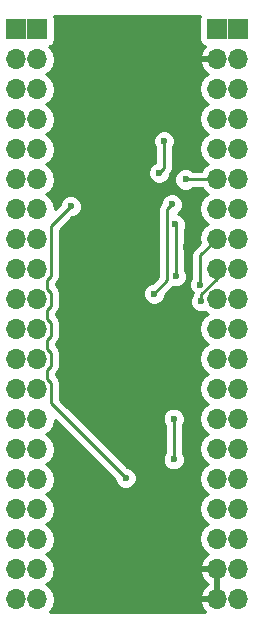
<source format=gbl>
%TF.GenerationSoftware,KiCad,Pcbnew,no-vcs-found-d00fc99~60~ubuntu16.04.1*%
%TF.CreationDate,2017-10-03T23:38:07-03:00*%
%TF.ProjectId,efm32-board,65666D33322D626F6172642E6B696361,rev?*%
%TF.SameCoordinates,Original*%
%TF.FileFunction,Copper,L2,Bot,Signal*%
%TF.FilePolarity,Positive*%
%FSLAX46Y46*%
G04 Gerber Fmt 4.6, Leading zero omitted, Abs format (unit mm)*
G04 Created by KiCad (PCBNEW no-vcs-found-d00fc99~60~ubuntu16.04.1) date Tue Oct  3 23:38:07 2017*
%MOMM*%
%LPD*%
G01*
G04 APERTURE LIST*
%TA.AperFunction,ComponentPad*%
%ADD10R,1.700000X1.700000*%
%TD*%
%TA.AperFunction,ComponentPad*%
%ADD11O,1.700000X1.700000*%
%TD*%
%TA.AperFunction,ViaPad*%
%ADD12C,0.600000*%
%TD*%
%TA.AperFunction,Conductor*%
%ADD13C,0.250000*%
%TD*%
%TA.AperFunction,Conductor*%
%ADD14C,0.254000*%
%TD*%
G04 APERTURE END LIST*
D10*
%TO.P,J5,1*%
%TO.N,/vin*%
X136538000Y-71775000D03*
D11*
%TO.P,J5,2*%
%TO.N,GND*%
X136538000Y-74315000D03*
%TO.P,J5,3*%
%TO.N,+3V3*%
X136538000Y-76855000D03*
%TO.P,J5,4*%
%TO.N,/PC10*%
X136538000Y-79395000D03*
%TO.P,J5,5*%
%TO.N,/PC9*%
X136538000Y-81935000D03*
%TO.P,J5,6*%
%TO.N,/PC8*%
X136538000Y-84475000D03*
%TO.P,J5,7*%
%TO.N,/PD7*%
X136538000Y-87015000D03*
%TO.P,J5,8*%
%TO.N,/PD6*%
X136538000Y-89555000D03*
%TO.P,J5,9*%
%TO.N,/PD5*%
X136538000Y-92095000D03*
%TO.P,J5,10*%
%TO.N,/PD4*%
X136538000Y-94635000D03*
%TO.P,J5,11*%
%TO.N,/PB14*%
X136538000Y-97175000D03*
%TO.P,J5,12*%
%TO.N,/PB13*%
X136538000Y-99715000D03*
%TO.P,J5,13*%
%TO.N,/PB11*%
X136538000Y-102255000D03*
%TO.P,J5,14*%
%TO.N,/nRESET*%
X136538000Y-104795000D03*
%TO.P,J5,15*%
%TO.N,/PA10*%
X136538000Y-107335000D03*
%TO.P,J5,16*%
%TO.N,/PA9*%
X136538000Y-109875000D03*
%TO.P,J5,17*%
%TO.N,/PA8*%
X136538000Y-112415000D03*
%TO.P,J5,18*%
%TO.N,+3V3*%
X136538000Y-114955000D03*
%TO.P,J5,19*%
%TO.N,GND*%
X136538000Y-117495000D03*
%TO.P,J5,20*%
X136538000Y-120035000D03*
%TD*%
D10*
%TO.P,J2,1*%
%TO.N,/vin*%
X134740619Y-71782500D03*
D11*
%TO.P,J2,2*%
%TO.N,GND*%
X134740619Y-74322500D03*
%TO.P,J2,3*%
%TO.N,+3V3*%
X134740619Y-76862500D03*
%TO.P,J2,4*%
%TO.N,/PC10*%
X134740619Y-79402500D03*
%TO.P,J2,5*%
%TO.N,/PC9*%
X134740619Y-81942500D03*
%TO.P,J2,6*%
%TO.N,/PC8*%
X134740619Y-84482500D03*
%TO.P,J2,7*%
%TO.N,/PD7*%
X134740619Y-87022500D03*
%TO.P,J2,8*%
%TO.N,/PD6*%
X134740619Y-89562500D03*
%TO.P,J2,9*%
%TO.N,/PD5*%
X134740619Y-92102500D03*
%TO.P,J2,10*%
%TO.N,/PD4*%
X134740619Y-94642500D03*
%TO.P,J2,11*%
%TO.N,/PB14*%
X134740619Y-97182500D03*
%TO.P,J2,12*%
%TO.N,/PB13*%
X134740619Y-99722500D03*
%TO.P,J2,13*%
%TO.N,/PB11*%
X134740619Y-102262500D03*
%TO.P,J2,14*%
%TO.N,/nRESET*%
X134740619Y-104802500D03*
%TO.P,J2,15*%
%TO.N,/PA10*%
X134740619Y-107342500D03*
%TO.P,J2,16*%
%TO.N,/PA9*%
X134740619Y-109882500D03*
%TO.P,J2,17*%
%TO.N,/PA8*%
X134740619Y-112422500D03*
%TO.P,J2,18*%
%TO.N,+3V3*%
X134740619Y-114962500D03*
%TO.P,J2,19*%
%TO.N,GND*%
X134740619Y-117502500D03*
%TO.P,J2,20*%
X134740619Y-120042500D03*
%TD*%
D10*
%TO.P,J1,1*%
%TO.N,/PF0/SWCLK*%
X119538000Y-71825000D03*
D11*
%TO.P,J1,2*%
%TO.N,/PF1/SWDIO*%
X119538000Y-74365000D03*
%TO.P,J1,3*%
%TO.N,/PF2*%
X119538000Y-76905000D03*
%TO.P,J1,4*%
%TO.N,/PF3*%
X119538000Y-79445000D03*
%TO.P,J1,5*%
%TO.N,/PF4*%
X119538000Y-81985000D03*
%TO.P,J1,6*%
%TO.N,/PF5*%
X119538000Y-84525000D03*
%TO.P,J1,7*%
%TO.N,/PE10*%
X119538000Y-87065000D03*
%TO.P,J1,8*%
%TO.N,/PE11*%
X119538000Y-89605000D03*
%TO.P,J1,9*%
%TO.N,/PE12*%
X119538000Y-92145000D03*
%TO.P,J1,10*%
%TO.N,/PE13*%
X119538000Y-94685000D03*
%TO.P,J1,11*%
%TO.N,/PA0*%
X119538000Y-97225000D03*
%TO.P,J1,12*%
%TO.N,/PA1*%
X119538000Y-99765000D03*
%TO.P,J1,13*%
%TO.N,/PA2*%
X119538000Y-102305000D03*
%TO.P,J1,14*%
%TO.N,/PC0*%
X119538000Y-104845000D03*
%TO.P,J1,15*%
%TO.N,/PC1*%
X119538000Y-107385000D03*
%TO.P,J1,16*%
%TO.N,/PC2*%
X119538000Y-109925000D03*
%TO.P,J1,17*%
%TO.N,/PC3*%
X119538000Y-112465000D03*
%TO.P,J1,18*%
%TO.N,/PC4*%
X119538000Y-115005000D03*
%TO.P,J1,19*%
%TO.N,/PB7*%
X119538000Y-117545000D03*
%TO.P,J1,20*%
%TO.N,/PB8*%
X119538000Y-120085000D03*
%TD*%
%TO.P,J6,20*%
%TO.N,/PB8*%
X117748000Y-120085000D03*
%TO.P,J6,19*%
%TO.N,/PB7*%
X117748000Y-117545000D03*
%TO.P,J6,18*%
%TO.N,/PC4*%
X117748000Y-115005000D03*
%TO.P,J6,17*%
%TO.N,/PC3*%
X117748000Y-112465000D03*
%TO.P,J6,16*%
%TO.N,/PC2*%
X117748000Y-109925000D03*
%TO.P,J6,15*%
%TO.N,/PC1*%
X117748000Y-107385000D03*
%TO.P,J6,14*%
%TO.N,/PC0*%
X117748000Y-104845000D03*
%TO.P,J6,13*%
%TO.N,/PA2*%
X117748000Y-102305000D03*
%TO.P,J6,12*%
%TO.N,/PA1*%
X117748000Y-99765000D03*
%TO.P,J6,11*%
%TO.N,/PA0*%
X117748000Y-97225000D03*
%TO.P,J6,10*%
%TO.N,/PE13*%
X117748000Y-94685000D03*
%TO.P,J6,9*%
%TO.N,/PE12*%
X117748000Y-92145000D03*
%TO.P,J6,8*%
%TO.N,/PE11*%
X117748000Y-89605000D03*
%TO.P,J6,7*%
%TO.N,/PE10*%
X117748000Y-87065000D03*
%TO.P,J6,6*%
%TO.N,/PF5*%
X117748000Y-84525000D03*
%TO.P,J6,5*%
%TO.N,/PF4*%
X117748000Y-81985000D03*
%TO.P,J6,4*%
%TO.N,/PF3*%
X117748000Y-79445000D03*
%TO.P,J6,3*%
%TO.N,/PF2*%
X117748000Y-76905000D03*
%TO.P,J6,2*%
%TO.N,/PF1/SWDIO*%
X117748000Y-74365000D03*
D10*
%TO.P,J6,1*%
%TO.N,/PF0/SWCLK*%
X117748000Y-71825000D03*
%TD*%
D12*
%TO.N,GND*%
X121998000Y-89785000D03*
X121762934Y-102085000D03*
X124628000Y-82155000D03*
X132118000Y-90275000D03*
X132808000Y-89555000D03*
X128478000Y-86145000D03*
X123758000Y-75395000D03*
%TO.N,Net-(C9-Pad1)*%
X131273010Y-92751941D03*
X131205828Y-88345008D03*
%TO.N,/PD6*%
X133358464Y-93438699D03*
%TO.N,/nRESET*%
X122361359Y-86821641D03*
X127028000Y-109825000D03*
%TO.N,/vusb*%
X130268012Y-81275000D03*
X129868000Y-83975000D03*
%TO.N,GND*%
X132468000Y-82815000D03*
X131928000Y-77045000D03*
X128258000Y-80895000D03*
X127528000Y-108155000D03*
X124126059Y-98063059D03*
X124126059Y-98063059D03*
X123978000Y-94665000D03*
X128818000Y-98795000D03*
X131668000Y-102345000D03*
X132728000Y-101330000D03*
%TO.N,/PD5*%
X133409924Y-94870061D03*
%TO.N,/PC8*%
X130928000Y-86644977D03*
X132092990Y-84545000D03*
X129436373Y-94204772D03*
%TO.N,/nRESET*%
X131088000Y-108235000D03*
X131089090Y-104802500D03*
%TD*%
D13*
%TO.N,Net-(C9-Pad1)*%
X131273010Y-92751941D02*
X131273010Y-88412190D01*
X131273010Y-88412190D02*
X131205828Y-88345008D01*
%TO.N,/PD5*%
X133409924Y-94445797D02*
X133409924Y-94870061D01*
X134740619Y-92102500D02*
X134740619Y-92946613D01*
X134740619Y-92946613D02*
X133409924Y-94277308D01*
X133409924Y-94277308D02*
X133409924Y-94445797D01*
%TO.N,/PD6*%
X133358464Y-93014435D02*
X133358464Y-93438699D01*
X133358464Y-90944655D02*
X133358464Y-93014435D01*
X134740619Y-89562500D02*
X133358464Y-90944655D01*
%TO.N,/PC8*%
X130548000Y-93093145D02*
X130548000Y-87024977D01*
X130548000Y-87024977D02*
X130628001Y-86944976D01*
X130628001Y-86944976D02*
X130928000Y-86644977D01*
X129436373Y-94204772D02*
X130548000Y-93093145D01*
%TO.N,/nRESET*%
X120398000Y-100644002D02*
X120713001Y-100329001D01*
X127028000Y-109825000D02*
X120713001Y-103510001D01*
X120398000Y-93805998D02*
X120398000Y-93024002D01*
X120713001Y-103510001D02*
X120713001Y-101740999D01*
X120713001Y-101740999D02*
X120398000Y-101425998D01*
X120713001Y-97789001D02*
X120713001Y-96660999D01*
X120398000Y-101425998D02*
X120398000Y-100644002D01*
X120713001Y-92709001D02*
X120713001Y-88469999D01*
X120713001Y-99200999D02*
X120398000Y-98885998D01*
X120713001Y-100329001D02*
X120713001Y-99200999D01*
X120713001Y-96660999D02*
X120398000Y-96345998D01*
X120398000Y-98104002D02*
X120713001Y-97789001D01*
X120398000Y-98885998D02*
X120398000Y-98104002D01*
X120398000Y-96345998D02*
X120398000Y-95564002D01*
X120398000Y-95564002D02*
X120713001Y-95249001D01*
X120713001Y-95249001D02*
X120713001Y-94120999D01*
X120713001Y-94120999D02*
X120398000Y-93805998D01*
X120398000Y-93024002D02*
X120713001Y-92709001D01*
X120713001Y-88469999D02*
X122361359Y-86821641D01*
%TO.N,/vusb*%
X130268012Y-83574988D02*
X130268012Y-81699264D01*
X129868000Y-83975000D02*
X130268012Y-83574988D01*
X130268012Y-81699264D02*
X130268012Y-81275000D01*
%TO.N,/PC8*%
X132092990Y-84545000D02*
X134678119Y-84545000D01*
X134678119Y-84545000D02*
X134740619Y-84482500D01*
%TO.N,/nRESET*%
X131089090Y-104802500D02*
X131089090Y-108233910D01*
X131089090Y-108233910D02*
X131088000Y-108235000D01*
%TD*%
D14*
%TO.N,GND*%
G36*
X133243179Y-70932500D02*
X133243179Y-72632500D01*
X133292462Y-72880265D01*
X133432810Y-73090309D01*
X133642854Y-73230657D01*
X133746327Y-73251239D01*
X133468974Y-73555576D01*
X133299143Y-73965610D01*
X133420464Y-74195500D01*
X134613619Y-74195500D01*
X134613619Y-74175500D01*
X134867619Y-74175500D01*
X134867619Y-74195500D01*
X134887619Y-74195500D01*
X134887619Y-74449500D01*
X134867619Y-74449500D01*
X134867619Y-74469500D01*
X134613619Y-74469500D01*
X134613619Y-74449500D01*
X133420464Y-74449500D01*
X133299143Y-74679390D01*
X133468974Y-75089424D01*
X133859261Y-75517683D01*
X134002172Y-75584798D01*
X133661472Y-75812446D01*
X133339565Y-76294215D01*
X133226526Y-76862500D01*
X133339565Y-77430785D01*
X133661472Y-77912554D01*
X133990645Y-78132500D01*
X133661472Y-78352446D01*
X133339565Y-78834215D01*
X133226526Y-79402500D01*
X133339565Y-79970785D01*
X133661472Y-80452554D01*
X133990645Y-80672500D01*
X133661472Y-80892446D01*
X133339565Y-81374215D01*
X133226526Y-81942500D01*
X133339565Y-82510785D01*
X133661472Y-82992554D01*
X133990645Y-83212500D01*
X133661472Y-83432446D01*
X133425904Y-83785000D01*
X132655453Y-83785000D01*
X132623317Y-83752808D01*
X132279789Y-83610162D01*
X131907823Y-83609838D01*
X131564047Y-83751883D01*
X131300798Y-84014673D01*
X131158152Y-84358201D01*
X131157828Y-84730167D01*
X131299873Y-85073943D01*
X131562663Y-85337192D01*
X131906191Y-85479838D01*
X132278157Y-85480162D01*
X132621933Y-85338117D01*
X132655108Y-85305000D01*
X133509426Y-85305000D01*
X133661472Y-85532554D01*
X133990645Y-85752500D01*
X133661472Y-85972446D01*
X133339565Y-86454215D01*
X133226526Y-87022500D01*
X133339565Y-87590785D01*
X133661472Y-88072554D01*
X133990645Y-88292500D01*
X133661472Y-88512446D01*
X133339565Y-88994215D01*
X133226526Y-89562500D01*
X133299409Y-89928908D01*
X132821063Y-90407254D01*
X132656316Y-90653816D01*
X132598464Y-90944655D01*
X132598464Y-92876236D01*
X132566272Y-92908372D01*
X132423626Y-93251900D01*
X132423302Y-93623866D01*
X132565347Y-93967642D01*
X132687234Y-94089742D01*
X132649924Y-94277308D01*
X132649924Y-94307598D01*
X132617732Y-94339734D01*
X132475086Y-94683262D01*
X132474762Y-95055228D01*
X132616807Y-95399004D01*
X132879597Y-95662253D01*
X133223125Y-95804899D01*
X133595091Y-95805223D01*
X133740299Y-95745224D01*
X133990645Y-95912500D01*
X133661472Y-96132446D01*
X133339565Y-96614215D01*
X133226526Y-97182500D01*
X133339565Y-97750785D01*
X133661472Y-98232554D01*
X133990645Y-98452500D01*
X133661472Y-98672446D01*
X133339565Y-99154215D01*
X133226526Y-99722500D01*
X133339565Y-100290785D01*
X133661472Y-100772554D01*
X133990645Y-100992500D01*
X133661472Y-101212446D01*
X133339565Y-101694215D01*
X133226526Y-102262500D01*
X133339565Y-102830785D01*
X133661472Y-103312554D01*
X133990645Y-103532500D01*
X133661472Y-103752446D01*
X133339565Y-104234215D01*
X133226526Y-104802500D01*
X133339565Y-105370785D01*
X133661472Y-105852554D01*
X133990645Y-106072500D01*
X133661472Y-106292446D01*
X133339565Y-106774215D01*
X133226526Y-107342500D01*
X133339565Y-107910785D01*
X133661472Y-108392554D01*
X133990645Y-108612500D01*
X133661472Y-108832446D01*
X133339565Y-109314215D01*
X133226526Y-109882500D01*
X133339565Y-110450785D01*
X133661472Y-110932554D01*
X133990645Y-111152500D01*
X133661472Y-111372446D01*
X133339565Y-111854215D01*
X133226526Y-112422500D01*
X133339565Y-112990785D01*
X133661472Y-113472554D01*
X133990645Y-113692500D01*
X133661472Y-113912446D01*
X133339565Y-114394215D01*
X133226526Y-114962500D01*
X133339565Y-115530785D01*
X133661472Y-116012554D01*
X134002172Y-116240202D01*
X133859261Y-116307317D01*
X133468974Y-116735576D01*
X133299143Y-117145610D01*
X133420464Y-117375500D01*
X134613619Y-117375500D01*
X134613619Y-117355500D01*
X134867619Y-117355500D01*
X134867619Y-117375500D01*
X134887619Y-117375500D01*
X134887619Y-117629500D01*
X134867619Y-117629500D01*
X134867619Y-119915500D01*
X134887619Y-119915500D01*
X134887619Y-120169500D01*
X134867619Y-120169500D01*
X134867619Y-120189500D01*
X134613619Y-120189500D01*
X134613619Y-120169500D01*
X133420464Y-120169500D01*
X133299143Y-120399390D01*
X133468974Y-120809424D01*
X133756569Y-121125000D01*
X120623865Y-121125000D01*
X120939054Y-120653285D01*
X121052093Y-120085000D01*
X120939054Y-119516715D01*
X120617147Y-119034946D01*
X120287974Y-118815000D01*
X120617147Y-118595054D01*
X120939054Y-118113285D01*
X120989556Y-117859390D01*
X133299143Y-117859390D01*
X133468974Y-118269424D01*
X133859261Y-118697683D01*
X134018573Y-118772500D01*
X133859261Y-118847317D01*
X133468974Y-119275576D01*
X133299143Y-119685610D01*
X133420464Y-119915500D01*
X134613619Y-119915500D01*
X134613619Y-117629500D01*
X133420464Y-117629500D01*
X133299143Y-117859390D01*
X120989556Y-117859390D01*
X121052093Y-117545000D01*
X120939054Y-116976715D01*
X120617147Y-116494946D01*
X120287974Y-116275000D01*
X120617147Y-116055054D01*
X120939054Y-115573285D01*
X121052093Y-115005000D01*
X120939054Y-114436715D01*
X120617147Y-113954946D01*
X120287974Y-113735000D01*
X120617147Y-113515054D01*
X120939054Y-113033285D01*
X121052093Y-112465000D01*
X120939054Y-111896715D01*
X120617147Y-111414946D01*
X120287974Y-111195000D01*
X120617147Y-110975054D01*
X120939054Y-110493285D01*
X121052093Y-109925000D01*
X120939054Y-109356715D01*
X120617147Y-108874946D01*
X120287974Y-108655000D01*
X120617147Y-108435054D01*
X120939054Y-107953285D01*
X121052093Y-107385000D01*
X120939054Y-106816715D01*
X120617147Y-106334946D01*
X120287974Y-106115000D01*
X120617147Y-105895054D01*
X120939054Y-105413285D01*
X121039003Y-104910805D01*
X126092878Y-109964680D01*
X126092838Y-110010167D01*
X126234883Y-110353943D01*
X126497673Y-110617192D01*
X126841201Y-110759838D01*
X127213167Y-110760162D01*
X127556943Y-110618117D01*
X127820192Y-110355327D01*
X127962838Y-110011799D01*
X127963162Y-109639833D01*
X127821117Y-109296057D01*
X127558327Y-109032808D01*
X127214799Y-108890162D01*
X127167923Y-108890121D01*
X126697969Y-108420167D01*
X130152838Y-108420167D01*
X130294883Y-108763943D01*
X130557673Y-109027192D01*
X130901201Y-109169838D01*
X131273167Y-109170162D01*
X131616943Y-109028117D01*
X131880192Y-108765327D01*
X132022838Y-108421799D01*
X132023162Y-108049833D01*
X131881117Y-107706057D01*
X131849090Y-107673974D01*
X131849090Y-105364963D01*
X131881282Y-105332827D01*
X132023928Y-104989299D01*
X132024252Y-104617333D01*
X131882207Y-104273557D01*
X131619417Y-104010308D01*
X131275889Y-103867662D01*
X130903923Y-103867338D01*
X130560147Y-104009383D01*
X130296898Y-104272173D01*
X130154252Y-104615701D01*
X130153928Y-104987667D01*
X130295973Y-105331443D01*
X130329090Y-105364618D01*
X130329090Y-107671449D01*
X130295808Y-107704673D01*
X130153162Y-108048201D01*
X130152838Y-108420167D01*
X126697969Y-108420167D01*
X121473001Y-103195199D01*
X121473001Y-101740999D01*
X121415149Y-101450160D01*
X121250402Y-101203598D01*
X121158000Y-101111196D01*
X121158000Y-100958804D01*
X121250402Y-100866402D01*
X121415149Y-100619840D01*
X121473001Y-100329001D01*
X121473001Y-99200999D01*
X121415149Y-98910160D01*
X121250402Y-98663598D01*
X121158000Y-98571196D01*
X121158000Y-98418804D01*
X121250402Y-98326402D01*
X121415149Y-98079840D01*
X121473001Y-97789001D01*
X121473001Y-96660999D01*
X121415149Y-96370160D01*
X121250402Y-96123598D01*
X121158000Y-96031196D01*
X121158000Y-95878804D01*
X121250402Y-95786402D01*
X121415149Y-95539840D01*
X121473001Y-95249001D01*
X121473001Y-94389939D01*
X128501211Y-94389939D01*
X128643256Y-94733715D01*
X128906046Y-94996964D01*
X129249574Y-95139610D01*
X129621540Y-95139934D01*
X129965316Y-94997889D01*
X130228565Y-94735099D01*
X130371211Y-94391571D01*
X130371252Y-94344695D01*
X131045905Y-93670042D01*
X131086211Y-93686779D01*
X131458177Y-93687103D01*
X131801953Y-93545058D01*
X132065202Y-93282268D01*
X132207848Y-92938740D01*
X132208172Y-92566774D01*
X132066127Y-92222998D01*
X132033010Y-92189823D01*
X132033010Y-88791070D01*
X132140666Y-88531807D01*
X132140990Y-88159841D01*
X131998945Y-87816065D01*
X131736155Y-87552816D01*
X131457804Y-87437234D01*
X131720192Y-87175304D01*
X131862838Y-86831776D01*
X131863162Y-86459810D01*
X131721117Y-86116034D01*
X131458327Y-85852785D01*
X131114799Y-85710139D01*
X130742833Y-85709815D01*
X130399057Y-85851860D01*
X130135808Y-86114650D01*
X129993162Y-86458178D01*
X129993114Y-86513745D01*
X129845852Y-86734138D01*
X129788000Y-87024977D01*
X129788000Y-92778343D01*
X129296693Y-93269650D01*
X129251206Y-93269610D01*
X128907430Y-93411655D01*
X128644181Y-93674445D01*
X128501535Y-94017973D01*
X128501211Y-94389939D01*
X121473001Y-94389939D01*
X121473001Y-94120999D01*
X121415149Y-93830160D01*
X121250402Y-93583598D01*
X121158000Y-93491196D01*
X121158000Y-93338804D01*
X121250402Y-93246402D01*
X121415149Y-92999840D01*
X121473001Y-92709001D01*
X121473001Y-88784801D01*
X122501039Y-87756763D01*
X122546526Y-87756803D01*
X122890302Y-87614758D01*
X123153551Y-87351968D01*
X123296197Y-87008440D01*
X123296521Y-86636474D01*
X123154476Y-86292698D01*
X122891686Y-86029449D01*
X122548158Y-85886803D01*
X122176192Y-85886479D01*
X121832416Y-86028524D01*
X121569167Y-86291314D01*
X121426521Y-86634842D01*
X121426480Y-86681718D01*
X121050617Y-87057581D01*
X120939054Y-86496715D01*
X120617147Y-86014946D01*
X120287974Y-85795000D01*
X120617147Y-85575054D01*
X120939054Y-85093285D01*
X121052093Y-84525000D01*
X120979524Y-84160167D01*
X128932838Y-84160167D01*
X129074883Y-84503943D01*
X129337673Y-84767192D01*
X129681201Y-84909838D01*
X130053167Y-84910162D01*
X130396943Y-84768117D01*
X130660192Y-84505327D01*
X130802838Y-84161799D01*
X130802879Y-84114923D01*
X130805413Y-84112389D01*
X130970160Y-83865828D01*
X131028012Y-83574988D01*
X131028012Y-81837463D01*
X131060204Y-81805327D01*
X131202850Y-81461799D01*
X131203174Y-81089833D01*
X131061129Y-80746057D01*
X130798339Y-80482808D01*
X130454811Y-80340162D01*
X130082845Y-80339838D01*
X129739069Y-80481883D01*
X129475820Y-80744673D01*
X129333174Y-81088201D01*
X129332850Y-81460167D01*
X129474895Y-81803943D01*
X129508012Y-81837118D01*
X129508012Y-83112072D01*
X129339057Y-83181883D01*
X129075808Y-83444673D01*
X128933162Y-83788201D01*
X128932838Y-84160167D01*
X120979524Y-84160167D01*
X120939054Y-83956715D01*
X120617147Y-83474946D01*
X120287974Y-83255000D01*
X120617147Y-83035054D01*
X120939054Y-82553285D01*
X121052093Y-81985000D01*
X120939054Y-81416715D01*
X120617147Y-80934946D01*
X120287974Y-80715000D01*
X120617147Y-80495054D01*
X120939054Y-80013285D01*
X121052093Y-79445000D01*
X120939054Y-78876715D01*
X120617147Y-78394946D01*
X120287974Y-78175000D01*
X120617147Y-77955054D01*
X120939054Y-77473285D01*
X121052093Y-76905000D01*
X120939054Y-76336715D01*
X120617147Y-75854946D01*
X120287974Y-75635000D01*
X120617147Y-75415054D01*
X120939054Y-74933285D01*
X121052093Y-74365000D01*
X120939054Y-73796715D01*
X120617147Y-73314946D01*
X120573223Y-73285597D01*
X120635765Y-73273157D01*
X120845809Y-73132809D01*
X120986157Y-72922765D01*
X121035440Y-72675000D01*
X121035440Y-70975000D01*
X120987702Y-70735000D01*
X133282464Y-70735000D01*
X133243179Y-70932500D01*
X133243179Y-70932500D01*
G37*
X133243179Y-70932500D02*
X133243179Y-72632500D01*
X133292462Y-72880265D01*
X133432810Y-73090309D01*
X133642854Y-73230657D01*
X133746327Y-73251239D01*
X133468974Y-73555576D01*
X133299143Y-73965610D01*
X133420464Y-74195500D01*
X134613619Y-74195500D01*
X134613619Y-74175500D01*
X134867619Y-74175500D01*
X134867619Y-74195500D01*
X134887619Y-74195500D01*
X134887619Y-74449500D01*
X134867619Y-74449500D01*
X134867619Y-74469500D01*
X134613619Y-74469500D01*
X134613619Y-74449500D01*
X133420464Y-74449500D01*
X133299143Y-74679390D01*
X133468974Y-75089424D01*
X133859261Y-75517683D01*
X134002172Y-75584798D01*
X133661472Y-75812446D01*
X133339565Y-76294215D01*
X133226526Y-76862500D01*
X133339565Y-77430785D01*
X133661472Y-77912554D01*
X133990645Y-78132500D01*
X133661472Y-78352446D01*
X133339565Y-78834215D01*
X133226526Y-79402500D01*
X133339565Y-79970785D01*
X133661472Y-80452554D01*
X133990645Y-80672500D01*
X133661472Y-80892446D01*
X133339565Y-81374215D01*
X133226526Y-81942500D01*
X133339565Y-82510785D01*
X133661472Y-82992554D01*
X133990645Y-83212500D01*
X133661472Y-83432446D01*
X133425904Y-83785000D01*
X132655453Y-83785000D01*
X132623317Y-83752808D01*
X132279789Y-83610162D01*
X131907823Y-83609838D01*
X131564047Y-83751883D01*
X131300798Y-84014673D01*
X131158152Y-84358201D01*
X131157828Y-84730167D01*
X131299873Y-85073943D01*
X131562663Y-85337192D01*
X131906191Y-85479838D01*
X132278157Y-85480162D01*
X132621933Y-85338117D01*
X132655108Y-85305000D01*
X133509426Y-85305000D01*
X133661472Y-85532554D01*
X133990645Y-85752500D01*
X133661472Y-85972446D01*
X133339565Y-86454215D01*
X133226526Y-87022500D01*
X133339565Y-87590785D01*
X133661472Y-88072554D01*
X133990645Y-88292500D01*
X133661472Y-88512446D01*
X133339565Y-88994215D01*
X133226526Y-89562500D01*
X133299409Y-89928908D01*
X132821063Y-90407254D01*
X132656316Y-90653816D01*
X132598464Y-90944655D01*
X132598464Y-92876236D01*
X132566272Y-92908372D01*
X132423626Y-93251900D01*
X132423302Y-93623866D01*
X132565347Y-93967642D01*
X132687234Y-94089742D01*
X132649924Y-94277308D01*
X132649924Y-94307598D01*
X132617732Y-94339734D01*
X132475086Y-94683262D01*
X132474762Y-95055228D01*
X132616807Y-95399004D01*
X132879597Y-95662253D01*
X133223125Y-95804899D01*
X133595091Y-95805223D01*
X133740299Y-95745224D01*
X133990645Y-95912500D01*
X133661472Y-96132446D01*
X133339565Y-96614215D01*
X133226526Y-97182500D01*
X133339565Y-97750785D01*
X133661472Y-98232554D01*
X133990645Y-98452500D01*
X133661472Y-98672446D01*
X133339565Y-99154215D01*
X133226526Y-99722500D01*
X133339565Y-100290785D01*
X133661472Y-100772554D01*
X133990645Y-100992500D01*
X133661472Y-101212446D01*
X133339565Y-101694215D01*
X133226526Y-102262500D01*
X133339565Y-102830785D01*
X133661472Y-103312554D01*
X133990645Y-103532500D01*
X133661472Y-103752446D01*
X133339565Y-104234215D01*
X133226526Y-104802500D01*
X133339565Y-105370785D01*
X133661472Y-105852554D01*
X133990645Y-106072500D01*
X133661472Y-106292446D01*
X133339565Y-106774215D01*
X133226526Y-107342500D01*
X133339565Y-107910785D01*
X133661472Y-108392554D01*
X133990645Y-108612500D01*
X133661472Y-108832446D01*
X133339565Y-109314215D01*
X133226526Y-109882500D01*
X133339565Y-110450785D01*
X133661472Y-110932554D01*
X133990645Y-111152500D01*
X133661472Y-111372446D01*
X133339565Y-111854215D01*
X133226526Y-112422500D01*
X133339565Y-112990785D01*
X133661472Y-113472554D01*
X133990645Y-113692500D01*
X133661472Y-113912446D01*
X133339565Y-114394215D01*
X133226526Y-114962500D01*
X133339565Y-115530785D01*
X133661472Y-116012554D01*
X134002172Y-116240202D01*
X133859261Y-116307317D01*
X133468974Y-116735576D01*
X133299143Y-117145610D01*
X133420464Y-117375500D01*
X134613619Y-117375500D01*
X134613619Y-117355500D01*
X134867619Y-117355500D01*
X134867619Y-117375500D01*
X134887619Y-117375500D01*
X134887619Y-117629500D01*
X134867619Y-117629500D01*
X134867619Y-119915500D01*
X134887619Y-119915500D01*
X134887619Y-120169500D01*
X134867619Y-120169500D01*
X134867619Y-120189500D01*
X134613619Y-120189500D01*
X134613619Y-120169500D01*
X133420464Y-120169500D01*
X133299143Y-120399390D01*
X133468974Y-120809424D01*
X133756569Y-121125000D01*
X120623865Y-121125000D01*
X120939054Y-120653285D01*
X121052093Y-120085000D01*
X120939054Y-119516715D01*
X120617147Y-119034946D01*
X120287974Y-118815000D01*
X120617147Y-118595054D01*
X120939054Y-118113285D01*
X120989556Y-117859390D01*
X133299143Y-117859390D01*
X133468974Y-118269424D01*
X133859261Y-118697683D01*
X134018573Y-118772500D01*
X133859261Y-118847317D01*
X133468974Y-119275576D01*
X133299143Y-119685610D01*
X133420464Y-119915500D01*
X134613619Y-119915500D01*
X134613619Y-117629500D01*
X133420464Y-117629500D01*
X133299143Y-117859390D01*
X120989556Y-117859390D01*
X121052093Y-117545000D01*
X120939054Y-116976715D01*
X120617147Y-116494946D01*
X120287974Y-116275000D01*
X120617147Y-116055054D01*
X120939054Y-115573285D01*
X121052093Y-115005000D01*
X120939054Y-114436715D01*
X120617147Y-113954946D01*
X120287974Y-113735000D01*
X120617147Y-113515054D01*
X120939054Y-113033285D01*
X121052093Y-112465000D01*
X120939054Y-111896715D01*
X120617147Y-111414946D01*
X120287974Y-111195000D01*
X120617147Y-110975054D01*
X120939054Y-110493285D01*
X121052093Y-109925000D01*
X120939054Y-109356715D01*
X120617147Y-108874946D01*
X120287974Y-108655000D01*
X120617147Y-108435054D01*
X120939054Y-107953285D01*
X121052093Y-107385000D01*
X120939054Y-106816715D01*
X120617147Y-106334946D01*
X120287974Y-106115000D01*
X120617147Y-105895054D01*
X120939054Y-105413285D01*
X121039003Y-104910805D01*
X126092878Y-109964680D01*
X126092838Y-110010167D01*
X126234883Y-110353943D01*
X126497673Y-110617192D01*
X126841201Y-110759838D01*
X127213167Y-110760162D01*
X127556943Y-110618117D01*
X127820192Y-110355327D01*
X127962838Y-110011799D01*
X127963162Y-109639833D01*
X127821117Y-109296057D01*
X127558327Y-109032808D01*
X127214799Y-108890162D01*
X127167923Y-108890121D01*
X126697969Y-108420167D01*
X130152838Y-108420167D01*
X130294883Y-108763943D01*
X130557673Y-109027192D01*
X130901201Y-109169838D01*
X131273167Y-109170162D01*
X131616943Y-109028117D01*
X131880192Y-108765327D01*
X132022838Y-108421799D01*
X132023162Y-108049833D01*
X131881117Y-107706057D01*
X131849090Y-107673974D01*
X131849090Y-105364963D01*
X131881282Y-105332827D01*
X132023928Y-104989299D01*
X132024252Y-104617333D01*
X131882207Y-104273557D01*
X131619417Y-104010308D01*
X131275889Y-103867662D01*
X130903923Y-103867338D01*
X130560147Y-104009383D01*
X130296898Y-104272173D01*
X130154252Y-104615701D01*
X130153928Y-104987667D01*
X130295973Y-105331443D01*
X130329090Y-105364618D01*
X130329090Y-107671449D01*
X130295808Y-107704673D01*
X130153162Y-108048201D01*
X130152838Y-108420167D01*
X126697969Y-108420167D01*
X121473001Y-103195199D01*
X121473001Y-101740999D01*
X121415149Y-101450160D01*
X121250402Y-101203598D01*
X121158000Y-101111196D01*
X121158000Y-100958804D01*
X121250402Y-100866402D01*
X121415149Y-100619840D01*
X121473001Y-100329001D01*
X121473001Y-99200999D01*
X121415149Y-98910160D01*
X121250402Y-98663598D01*
X121158000Y-98571196D01*
X121158000Y-98418804D01*
X121250402Y-98326402D01*
X121415149Y-98079840D01*
X121473001Y-97789001D01*
X121473001Y-96660999D01*
X121415149Y-96370160D01*
X121250402Y-96123598D01*
X121158000Y-96031196D01*
X121158000Y-95878804D01*
X121250402Y-95786402D01*
X121415149Y-95539840D01*
X121473001Y-95249001D01*
X121473001Y-94389939D01*
X128501211Y-94389939D01*
X128643256Y-94733715D01*
X128906046Y-94996964D01*
X129249574Y-95139610D01*
X129621540Y-95139934D01*
X129965316Y-94997889D01*
X130228565Y-94735099D01*
X130371211Y-94391571D01*
X130371252Y-94344695D01*
X131045905Y-93670042D01*
X131086211Y-93686779D01*
X131458177Y-93687103D01*
X131801953Y-93545058D01*
X132065202Y-93282268D01*
X132207848Y-92938740D01*
X132208172Y-92566774D01*
X132066127Y-92222998D01*
X132033010Y-92189823D01*
X132033010Y-88791070D01*
X132140666Y-88531807D01*
X132140990Y-88159841D01*
X131998945Y-87816065D01*
X131736155Y-87552816D01*
X131457804Y-87437234D01*
X131720192Y-87175304D01*
X131862838Y-86831776D01*
X131863162Y-86459810D01*
X131721117Y-86116034D01*
X131458327Y-85852785D01*
X131114799Y-85710139D01*
X130742833Y-85709815D01*
X130399057Y-85851860D01*
X130135808Y-86114650D01*
X129993162Y-86458178D01*
X129993114Y-86513745D01*
X129845852Y-86734138D01*
X129788000Y-87024977D01*
X129788000Y-92778343D01*
X129296693Y-93269650D01*
X129251206Y-93269610D01*
X128907430Y-93411655D01*
X128644181Y-93674445D01*
X128501535Y-94017973D01*
X128501211Y-94389939D01*
X121473001Y-94389939D01*
X121473001Y-94120999D01*
X121415149Y-93830160D01*
X121250402Y-93583598D01*
X121158000Y-93491196D01*
X121158000Y-93338804D01*
X121250402Y-93246402D01*
X121415149Y-92999840D01*
X121473001Y-92709001D01*
X121473001Y-88784801D01*
X122501039Y-87756763D01*
X122546526Y-87756803D01*
X122890302Y-87614758D01*
X123153551Y-87351968D01*
X123296197Y-87008440D01*
X123296521Y-86636474D01*
X123154476Y-86292698D01*
X122891686Y-86029449D01*
X122548158Y-85886803D01*
X122176192Y-85886479D01*
X121832416Y-86028524D01*
X121569167Y-86291314D01*
X121426521Y-86634842D01*
X121426480Y-86681718D01*
X121050617Y-87057581D01*
X120939054Y-86496715D01*
X120617147Y-86014946D01*
X120287974Y-85795000D01*
X120617147Y-85575054D01*
X120939054Y-85093285D01*
X121052093Y-84525000D01*
X120979524Y-84160167D01*
X128932838Y-84160167D01*
X129074883Y-84503943D01*
X129337673Y-84767192D01*
X129681201Y-84909838D01*
X130053167Y-84910162D01*
X130396943Y-84768117D01*
X130660192Y-84505327D01*
X130802838Y-84161799D01*
X130802879Y-84114923D01*
X130805413Y-84112389D01*
X130970160Y-83865828D01*
X131028012Y-83574988D01*
X131028012Y-81837463D01*
X131060204Y-81805327D01*
X131202850Y-81461799D01*
X131203174Y-81089833D01*
X131061129Y-80746057D01*
X130798339Y-80482808D01*
X130454811Y-80340162D01*
X130082845Y-80339838D01*
X129739069Y-80481883D01*
X129475820Y-80744673D01*
X129333174Y-81088201D01*
X129332850Y-81460167D01*
X129474895Y-81803943D01*
X129508012Y-81837118D01*
X129508012Y-83112072D01*
X129339057Y-83181883D01*
X129075808Y-83444673D01*
X128933162Y-83788201D01*
X128932838Y-84160167D01*
X120979524Y-84160167D01*
X120939054Y-83956715D01*
X120617147Y-83474946D01*
X120287974Y-83255000D01*
X120617147Y-83035054D01*
X120939054Y-82553285D01*
X121052093Y-81985000D01*
X120939054Y-81416715D01*
X120617147Y-80934946D01*
X120287974Y-80715000D01*
X120617147Y-80495054D01*
X120939054Y-80013285D01*
X121052093Y-79445000D01*
X120939054Y-78876715D01*
X120617147Y-78394946D01*
X120287974Y-78175000D01*
X120617147Y-77955054D01*
X120939054Y-77473285D01*
X121052093Y-76905000D01*
X120939054Y-76336715D01*
X120617147Y-75854946D01*
X120287974Y-75635000D01*
X120617147Y-75415054D01*
X120939054Y-74933285D01*
X121052093Y-74365000D01*
X120939054Y-73796715D01*
X120617147Y-73314946D01*
X120573223Y-73285597D01*
X120635765Y-73273157D01*
X120845809Y-73132809D01*
X120986157Y-72922765D01*
X121035440Y-72675000D01*
X121035440Y-70975000D01*
X120987702Y-70735000D01*
X133282464Y-70735000D01*
X133243179Y-70932500D01*
%TD*%
M02*

</source>
